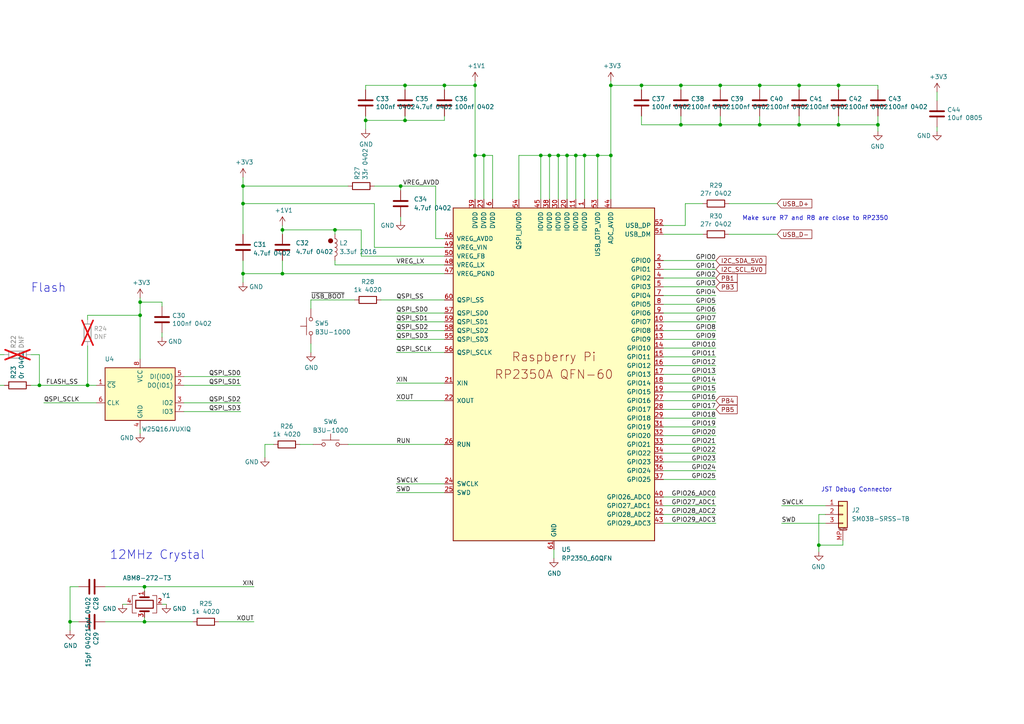
<source format=kicad_sch>
(kicad_sch (version 20231120) (generator "eeschema") (generator_version "8.0")
  (paper "A4")
  (lib_symbols
    (symbol "Connector_Generic_MountingPin:Conn_01x03_MountingPin" (pin_names (offset 1.016) hide)
      (property "Reference" "J" (at 0 5.08 0))
      (property "Value" "Conn_01x03_MountingPin" (at 1.27 -5.08 0))
      (symbol "Conn_01x03_MountingPin_1_1"
        (rectangle (start -1.27 -2.413) (end 0 -2.667) (stroke (width 0.1524)))
        (rectangle (start -1.27 0.127) (end 0 -0.127) (stroke (width 0.1524)))
        (rectangle (start -1.27 2.667) (end 0 2.413) (stroke (width 0.1524)))
        (rectangle (start -1.27 3.81) (end 1.27 -3.81) (stroke (width 0.254)) (fill (type background)))
        (polyline (pts (xy -1.016 -4.572) (xy 1.016 -4.572)) (stroke (width 0.1524)))
        (text "Mounting" (at 0 -4.191 0) (effects (font (size 0.381 0.381))))
        (pin passive line (at -5.08 2.54 0) (length 3.81) (name "Pin_1") (number "1"))
        (pin passive line (at -5.08 0 0) (length 3.81) (name "Pin_2") (number "2"))
        (pin passive line (at -5.08 -2.54 0) (length 3.81) (name "Pin_3") (number "3"))
        (pin passive line (at 0 -7.62 90) (length 3.048) (name "MountPin") (number "MP"))
      )
    )
    (symbol "Device:C" (pin_numbers hide) (pin_names (offset 0.254))
      (property "Reference" "C" (at 0.635 2.54 0))
      (property "Value" "C" (at 0.635 -2.54 0))
      (symbol "C_0_1"
        (polyline (pts (xy -2.032 -0.762) (xy 2.032 -0.762)) (stroke (width 0.508)))
        (polyline (pts (xy -2.032 0.762) (xy 2.032 0.762)) (stroke (width 0.508)))
      )
      (symbol "C_1_1"
        (pin passive line (at 0 3.81 270) (length 2.794) (name "~") (number "1"))
        (pin passive line (at 0 -3.81 90) (length 2.794) (name "~") (number "2"))
      )
    )
    (symbol "Device:Crystal_GND24" (pin_names (offset 1.016) hide)
      (property "Reference" "Y" (at 3.175 5.08 0))
      (property "Value" "Crystal_GND24" (at 3.175 3.175 0))
      (symbol "Crystal_GND24_0_1"
        (rectangle (start -1.143 2.54) (end 1.143 -2.54) (stroke (width 0.3048)))
        (polyline (pts (xy -2.54 0) (xy -2.032 0)))
        (polyline (pts (xy -2.032 -1.27) (xy -2.032 1.27)) (stroke (width 0.508)))
        (polyline (pts (xy 0 -3.81) (xy 0 -3.556)))
        (polyline (pts (xy 0 3.556) (xy 0 3.81)))
        (polyline (pts (xy 2.032 -1.27) (xy 2.032 1.27)) (stroke (width 0.508)))
        (polyline (pts (xy 2.032 0) (xy 2.54 0)))
        (polyline (pts (xy -2.54 -2.286) (xy -2.54 -3.556) (xy 2.54 -3.556) (xy 2.54 -2.286)))
        (polyline (pts (xy -2.54 2.286) (xy -2.54 3.556) (xy 2.54 3.556) (xy 2.54 2.286)))
      )
      (symbol "Crystal_GND24_1_1"
        (pin passive line (at -3.81 0 0) (length 1.27) (name "1") (number "1"))
        (pin passive line (at 0 5.08 270) (length 1.27) (name "2") (number "2"))
        (pin passive line (at 3.81 0 180) (length 1.27) (name "3") (number "3"))
        (pin passive line (at 0 -5.08 90) (length 1.27) (name "4") (number "4"))
      )
    )
    (symbol "Device:L" (pin_numbers hide) (pin_names (offset 1.016) hide)
      (property "Reference" "L" (at -1.27 0 90))
      (property "Value" "L" (at 1.905 0 90))
      (symbol "L_0_1"
        (arc (start 0 -2.54) (mid 0.6323 -1.905) (end 0 -1.27))
        (arc (start 0 -1.27) (mid 0.6323 -0.635) (end 0 0))
        (arc (start 0 0) (mid 0.6323 0.635) (end 0 1.27))
        (arc (start 0 1.27) (mid 0.6323 1.905) (end 0 2.54))
      )
      (symbol "L_1_1"
        (pin passive line (at 0 3.81 270) (length 1.27) (name "1") (number "1"))
        (pin passive line (at 0 -3.81 90) (length 1.27) (name "2") (number "2"))
      )
    )
    (symbol "Device:R" (pin_numbers hide) (pin_names (offset 0))
      (property "Reference" "R" (at 2.032 0 90))
      (property "Value" "R" (at 0 0 90))
      (symbol "R_0_1"
        (rectangle (start -1.016 -2.54) (end 1.016 2.54) (stroke (width 0.254)))
      )
      (symbol "R_1_1"
        (pin passive line (at 0 3.81 270) (length 1.27) (name "~") (number "1"))
        (pin passive line (at 0 -3.81 90) (length 1.27) (name "~") (number "2"))
      )
    )
    (symbol "MCU_RaspberryPi_RP2350:RP2350_60QFN" (pin_names (offset 1.016))
      (property "Reference" "U" (at -29.21 49.53 0))
      (property "Value" "RP2350_60QFN" (at 24.13 -49.53 0))
      (symbol "RP2350_60QFN_0_0"
        (text "Raspberry Pi" (at 0 5.08 0) (effects (font (size 2.54 2.54))))
      )
      (symbol "RP2350_60QFN_0_1"
        (rectangle (start 29.21 48.26) (end -29.21 -48.26) (stroke (width 0.254)) (fill (type background)))
      )
      (symbol "RP2350_60QFN_1_0"
        (text "RP2350A QFN-60" (at 0 0 0) (effects (font (size 2.54 2.54))))
      )
      (symbol "RP2350_60QFN_1_1"
        (pin power_in line (at 8.89 50.8 270) (length 2.54) (name "IOVDD") (number "1"))
        (pin bidirectional line (at 31.75 15.24 180) (length 2.54) (name "GPIO7") (number "10"))
        (pin power_in line (at 6.35 50.8 270) (length 2.54) (name "IOVDD") (number "11"))
        (pin bidirectional line (at 31.75 12.7 180) (length 2.54) (name "GPIO8") (number "12"))
        (pin bidirectional line (at 31.75 10.16 180) (length 2.54) (name "GPIO9") (number "13"))
        (pin bidirectional line (at 31.75 7.62 180) (length 2.54) (name "GPIO10") (number "14"))
        (pin bidirectional line (at 31.75 5.08 180) (length 2.54) (name "GPIO11") (number "15"))
        (pin bidirectional line (at 31.75 2.54 180) (length 2.54) (name "GPIO12") (number "16"))
        (pin bidirectional line (at 31.75 0 180) (length 2.54) (name "GPIO13") (number "17"))
        (pin bidirectional line (at 31.75 -2.54 180) (length 2.54) (name "GPIO14") (number "18"))
        (pin bidirectional line (at 31.75 -5.08 180) (length 2.54) (name "GPIO15") (number "19"))
        (pin bidirectional line (at 31.75 33.02 180) (length 2.54) (name "GPIO0") (number "2"))
        (pin power_in line (at 3.81 50.8 270) (length 2.54) (name "IOVDD") (number "20"))
        (pin input line (at -31.75 -2.54 0) (length 2.54) (name "XIN") (number "21"))
        (pin passive line (at -31.75 -7.62 0) (length 2.54) (name "XOUT") (number "22"))
        (pin power_in line (at -20.32 50.8 270) (length 2.54) (name "DVDD") (number "23"))
        (pin output line (at -31.75 -31.75 0) (length 2.54) (name "SWCLK") (number "24"))
        (pin bidirectional line (at -31.75 -34.29 0) (length 2.54) (name "SWD") (number "25"))
        (pin input line (at -31.75 -20.32 0) (length 2.54) (name "RUN") (number "26"))
        (pin bidirectional line (at 31.75 -7.62 180) (length 2.54) (name "GPIO16") (number "27"))
        (pin bidirectional line (at 31.75 -10.16 180) (length 2.54) (name "GPIO17") (number "28"))
        (pin bidirectional line (at 31.75 -12.7 180) (length 2.54) (name "GPIO18") (number "29"))
        (pin bidirectional line (at 31.75 30.48 180) (length 2.54) (name "GPIO1") (number "3"))
        (pin power_in line (at 1.27 50.8 270) (length 2.54) (name "IOVDD") (number "30"))
        (pin bidirectional line (at 31.75 -15.24 180) (length 2.54) (name "GPIO19") (number "31"))
        (pin bidirectional line (at 31.75 -17.78 180) (length 2.54) (name "GPIO20") (number "32"))
        (pin bidirectional line (at 31.75 -20.32 180) (length 2.54) (name "GPIO21") (number "33"))
        (pin bidirectional line (at 31.75 -22.86 180) (length 2.54) (name "GPIO22") (number "34"))
        (pin bidirectional line (at 31.75 -25.4 180) (length 2.54) (name "GPIO23") (number "35"))
        (pin bidirectional line (at 31.75 -27.94 180) (length 2.54) (name "GPIO24") (number "36"))
        (pin bidirectional line (at 31.75 -30.48 180) (length 2.54) (name "GPIO25") (number "37"))
        (pin power_in line (at -1.27 50.8 270) (length 2.54) (name "IOVDD") (number "38"))
        (pin power_in line (at -22.86 50.8 270) (length 2.54) (name "DVDD") (number "39"))
        (pin bidirectional line (at 31.75 27.94 180) (length 2.54) (name "GPIO2") (number "4"))
        (pin bidirectional line (at 31.75 -35.56 180) (length 2.54) (name "GPIO26_ADC0") (number "40"))
        (pin bidirectional line (at 31.75 -38.1 180) (length 2.54) (name "GPIO27_ADC1") (number "41"))
        (pin bidirectional line (at 31.75 -40.64 180) (length 2.54) (name "GPIO28_ADC2") (number "42"))
        (pin bidirectional line (at 31.75 -43.18 180) (length 2.54) (name "GPIO29_ADC3") (number "43"))
        (pin power_in line (at 16.51 50.8 270) (length 2.54) (name "ADC_AVDD") (number "44"))
        (pin power_in line (at -3.81 50.8 270) (length 2.54) (name "IOVDD") (number "45"))
        (pin power_in line (at -31.75 39.37 0) (length 2.54) (name "VREG_AVDD") (number "46"))
        (pin power_in line (at -31.75 29.21 0) (length 2.54) (name "VREG_PGND") (number "47"))
        (pin power_out line (at -31.75 31.75 0) (length 2.54) (name "VREG_LX") (number "48"))
        (pin power_in line (at -31.75 36.83 0) (length 2.54) (name "VREG_VIN") (number "49"))
        (pin bidirectional line (at 31.75 25.4 180) (length 2.54) (name "GPIO3") (number "5"))
        (pin input line (at -31.75 34.29 0) (length 2.54) (name "VREG_FB") (number "50"))
        (pin bidirectional line (at 31.75 40.64 180) (length 2.54) (name "USB_DM") (number "51"))
        (pin bidirectional line (at 31.75 43.18 180) (length 2.54) (name "USB_DP") (number "52"))
        (pin power_in line (at 12.7 50.8 270) (length 2.54) (name "USB_OTP_VDD") (number "53"))
        (pin power_in line (at -10.16 50.8 270) (length 2.54) (name "QSPI_IOVDD") (number "54"))
        (pin bidirectional line (at -31.75 10.16 0) (length 2.54) (name "QSPI_SD3") (number "55"))
        (pin output line (at -31.75 6.35 0) (length 2.54) (name "QSPI_SCLK") (number "56"))
        (pin bidirectional line (at -31.75 17.78 0) (length 2.54) (name "QSPI_SD0") (number "57"))
        (pin bidirectional line (at -31.75 12.7 0) (length 2.54) (name "QSPI_SD2") (number "58"))
        (pin bidirectional line (at -31.75 15.24 0) (length 2.54) (name "QSPI_SD1") (number "59"))
        (pin power_in line (at -17.78 50.8 270) (length 2.54) (name "DVDD") (number "6"))
        (pin bidirectional line (at -31.75 21.59 0) (length 2.54) (name "QSPI_SS") (number "60"))
        (pin power_in line (at 0 -50.8 90) (length 2.54) (name "GND") (number "61"))
        (pin bidirectional line (at 31.75 22.86 180) (length 2.54) (name "GPIO4") (number "7"))
        (pin bidirectional line (at 31.75 20.32 180) (length 2.54) (name "GPIO5") (number "8"))
        (pin bidirectional line (at 31.75 17.78 180) (length 2.54) (name "GPIO6") (number "9"))
      )
    )
    (symbol "Memory_Flash:W25Q128JVS"
      (property "Reference" "U" (at -8.89 8.89 0))
      (property "Value" "W25Q128JVS" (at 7.62 8.89 0))
      (symbol "W25Q128JVS_0_1"
        (rectangle (start -10.16 7.62) (end 10.16 -7.62) (stroke (width 0.254)) (fill (type background)))
      )
      (symbol "W25Q128JVS_1_1"
        (pin input line (at -12.7 2.54 0) (length 2.54) (name "~{CS}") (number "1"))
        (pin bidirectional line (at 12.7 2.54 180) (length 2.54) (name "DO(IO1)") (number "2"))
        (pin bidirectional line (at 12.7 -2.54 180) (length 2.54) (name "IO2") (number "3"))
        (pin power_in line (at 0 -10.16 90) (length 2.54) (name "GND") (number "4"))
        (pin bidirectional line (at 12.7 5.08 180) (length 2.54) (name "DI(IO0)") (number "5"))
        (pin input line (at -12.7 -2.54 0) (length 2.54) (name "CLK") (number "6"))
        (pin bidirectional line (at 12.7 -5.08 180) (length 2.54) (name "IO3") (number "7"))
        (pin power_in line (at 0 10.16 270) (length 2.54) (name "VCC") (number "8"))
      )
    )
    (symbol "Switch:SW_Push" (pin_numbers hide) (pin_names (offset 1.016) hide)
      (property "Reference" "SW" (at 1.27 2.54 0))
      (property "Value" "SW_Push" (at 0 -1.524 0))
      (symbol "SW_Push_0_1"
        (circle (center -2.032 0) (radius 0.508))
        (polyline (pts (xy 0 1.27) (xy 0 3.048)))
        (polyline (pts (xy 2.54 1.27) (xy -2.54 1.27)))
        (circle (center 2.032 0) (radius 0.508))
        (pin passive line (at -5.08 0 0) (length 2.54) (name "1") (number "1"))
        (pin passive line (at 5.08 0 180) (length 2.54) (name "2") (number "2"))
      )
    )
    (symbol "power:+1V1" (power) (pin_names (offset 0))
      (property "Value" "+1V1" (at 0 3.556 0))
      (symbol "+1V1_0_1"
        (polyline (pts (xy -0.762 1.27) (xy 0 2.54)))
        (polyline (pts (xy 0 0) (xy 0 2.54)))
        (polyline (pts (xy 0 2.54) (xy 0.762 1.27)))
      )
      (symbol "+1V1_1_1"
        (pin power_in line (at 0 0 90) (length 0) hide (name "+1V1") (number "1"))
      )
    )
    (symbol "power:+3V3" (power) (pin_names (offset 0))
      (property "Value" "+3V3" (at 0 3.556 0))
      (symbol "+3V3_0_1"
        (polyline (pts (xy -0.762 1.27) (xy 0 2.54)))
        (polyline (pts (xy 0 0) (xy 0 2.54)))
        (polyline (pts (xy 0 2.54) (xy 0.762 1.27)))
      )
      (symbol "+3V3_1_1"
        (pin power_in line (at 0 0 90) (length 0) hide (name "+3V3") (number "1"))
      )
    )
    (symbol "power:GND" (power) (pin_names (offset 0))
      (property "Value" "GND" (at 0 -3.81 0))
      (symbol "GND_0_1"
        (polyline (pts (xy 0 0) (xy 0 -1.27) (xy 1.27 -1.27) (xy 0 -2.54) (xy -1.27 -1.27) (xy 0 -1.27)))
      )
      (symbol "GND_1_1"
        (pin power_in line (at 0 0 270) (length 0) hide (name "GND") (number "1"))
      )
    )
  )
  (junction (at 97.155 66.675))
  (junction (at 40.64 87.63))
  (junction (at 173.355 45.085))
  (junction (at 137.795 24.765))
  (junction (at 177.165 45.085))
  (junction (at 81.915 66.675))
  (junction (at 117.475 24.765))
  (junction (at 81.915 79.375))
  (junction (at 137.795 45.085))
  (junction (at 70.485 59.055))
  (junction (at 140.335 45.085))
  (junction (at 106.045 34.925))
  (junction (at 254.635 36.195))
  (junction (at 167.005 45.085))
  (junction (at 70.485 79.375))
  (junction (at 197.485 36.195))
  (junction (at 40.64 91.44))
  (junction (at 243.205 36.195))
  (junction (at 186.055 24.765))
  (junction (at 208.915 36.195))
  (junction (at 70.485 53.975))
  (junction (at 243.205 24.765))
  (junction (at 237.49 158.115))
  (junction (at 161.925 45.085))
  (junction (at 25.4 111.76))
  (junction (at 116.205 53.975))
  (junction (at 231.775 36.195))
  (junction (at 220.345 24.765))
  (junction (at 231.775 24.765))
  (junction (at 20.32 180.34))
  (junction (at 41.91 170.18))
  (junction (at 159.385 45.085))
  (junction (at 117.475 34.925))
  (junction (at 169.545 45.085))
  (junction (at 197.485 24.765))
  (junction (at 128.905 24.765))
  (junction (at 220.345 36.195))
  (junction (at 11.43 111.76))
  (junction (at 208.915 24.765))
  (junction (at 177.165 24.765))
  (junction (at 164.465 45.085))
  (junction (at 156.845 45.085))
  (junction (at 41.91 180.34))
  (wire (pts (xy 25.4 92.71) (xy 25.4 91.44)))
  (wire (pts (xy 46.99 88.9) (xy 46.99 87.63)))
  (wire (pts (xy 198.755 59.055) (xy 198.755 65.405)))
  (wire (pts (xy 271.78 26.67) (xy 271.78 29.21)))
  (wire (pts (xy 53.34 111.76) (xy 69.85 111.76)))
  (wire (pts (xy 192.405 88.265) (xy 207.645 88.265)))
  (wire (pts (xy 46.99 87.63) (xy 40.64 87.63)))
  (wire (pts (xy 192.405 121.285) (xy 207.645 121.285)))
  (wire (pts (xy 128.905 34.925) (xy 128.905 33.655)))
  (wire (pts (xy 106.045 33.655) (xy 106.045 34.925)))
  (wire (pts (xy 243.205 26.035) (xy 243.205 24.765)))
  (wire (pts (xy 192.405 149.225) (xy 207.645 149.225)))
  (wire (pts (xy 192.405 78.105) (xy 207.645 78.105)))
  (wire (pts (xy 128.905 24.765) (xy 137.795 24.765)))
  (wire (pts (xy 208.915 33.655) (xy 208.915 36.195)))
  (wire (pts (xy 231.775 33.655) (xy 231.775 36.195)))
  (wire (pts (xy 237.49 149.225) (xy 237.49 158.115)))
  (wire (pts (xy 177.165 24.765) (xy 177.165 45.085)))
  (wire (pts (xy 192.405 111.125) (xy 207.645 111.125)))
  (wire (pts (xy 22.86 180.34) (xy 20.32 180.34)))
  (wire (pts (xy 53.34 109.22) (xy 69.85 109.22)))
  (wire (pts (xy 70.485 59.055) (xy 70.485 67.945)))
  (wire (pts (xy 114.935 90.805) (xy 128.905 90.805)))
  (wire (pts (xy 169.545 45.085) (xy 173.355 45.085)))
  (wire (pts (xy 128.905 116.205) (xy 114.935 116.205)))
  (wire (pts (xy 81.915 66.675) (xy 97.155 66.675)))
  (wire (pts (xy 197.485 36.195) (xy 186.055 36.195)))
  (wire (pts (xy 192.405 113.665) (xy 207.645 113.665)))
  (wire (pts (xy 97.155 66.675) (xy 97.155 67.945)))
  (wire (pts (xy 11.43 102.87) (xy 11.43 111.76)))
  (wire (pts (xy 70.485 79.375) (xy 81.915 79.375)))
  (wire (pts (xy 150.495 57.785) (xy 150.495 45.085)))
  (wire (pts (xy 186.055 24.765) (xy 197.485 24.765)))
  (wire (pts (xy 81.915 67.945) (xy 81.915 66.675)))
  (wire (pts (xy 156.845 57.785) (xy 156.845 45.085)))
  (wire (pts (xy 70.485 51.435) (xy 70.485 53.975)))
  (wire (pts (xy 177.165 45.085) (xy 177.165 57.785)))
  (wire (pts (xy 167.005 57.785) (xy 167.005 45.085)))
  (wire (pts (xy 128.905 74.295) (xy 104.775 74.295)))
  (wire (pts (xy 11.43 111.76) (xy 25.4 111.76)))
  (wire (pts (xy 164.465 57.785) (xy 164.465 45.085)))
  (wire (pts (xy 128.905 26.035) (xy 128.905 24.765)))
  (wire (pts (xy 128.905 86.995) (xy 110.49 86.995)))
  (wire (pts (xy 220.345 26.035) (xy 220.345 24.765)))
  (wire (pts (xy 167.005 45.085) (xy 169.545 45.085)))
  (wire (pts (xy 192.405 83.185) (xy 207.645 83.185)))
  (wire (pts (xy 192.405 103.505) (xy 207.645 103.505)))
  (wire (pts (xy 192.405 146.685) (xy 207.645 146.685)))
  (wire (pts (xy 208.915 26.035) (xy 208.915 24.765)))
  (wire (pts (xy 40.64 86.36) (xy 40.64 87.63)))
  (wire (pts (xy 116.205 53.975) (xy 116.205 55.245)))
  (wire (pts (xy 108.585 59.055) (xy 108.585 71.755)))
  (wire (pts (xy 220.345 33.655) (xy 220.345 36.195)))
  (wire (pts (xy 271.78 36.83) (xy 271.78 38.1)))
  (wire (pts (xy 114.935 95.885) (xy 128.905 95.885)))
  (wire (pts (xy 140.335 57.785) (xy 140.335 45.085)))
  (wire (pts (xy 186.055 26.035) (xy 186.055 24.765)))
  (wire (pts (xy 192.405 93.345) (xy 207.645 93.345)))
  (wire (pts (xy 97.155 76.835) (xy 128.905 76.835)))
  (wire (pts (xy 41.91 179.07) (xy 41.91 180.34)))
  (wire (pts (xy 116.205 53.975) (xy 126.365 53.975)))
  (wire (pts (xy 70.485 79.375) (xy 70.485 81.915)))
  (wire (pts (xy 128.905 102.235) (xy 114.935 102.235)))
  (wire (pts (xy 237.49 158.115) (xy 244.475 158.115)))
  (wire (pts (xy 208.915 36.195) (xy 197.485 36.195)))
  (wire (pts (xy 25.4 111.76) (xy 27.94 111.76)))
  (wire (pts (xy 41.91 180.34) (xy 55.88 180.34)))
  (wire (pts (xy 137.795 24.765) (xy 137.795 45.085)))
  (wire (pts (xy 106.045 34.925) (xy 106.045 37.465)))
  (wire (pts (xy 192.405 128.905) (xy 207.645 128.905)))
  (wire (pts (xy 237.49 158.115) (xy 237.49 160.02)))
  (wire (pts (xy 192.405 106.045) (xy 207.645 106.045)))
  (wire (pts (xy 192.405 67.945) (xy 203.835 67.945)))
  (wire (pts (xy 159.385 45.085) (xy 161.925 45.085)))
  (wire (pts (xy 30.48 180.34) (xy 41.91 180.34)))
  (wire (pts (xy 81.915 75.565) (xy 81.915 79.375)))
  (wire (pts (xy 192.405 131.445) (xy 207.645 131.445)))
  (wire (pts (xy 70.485 75.565) (xy 70.485 79.375)))
  (wire (pts (xy 81.915 65.405) (xy 81.915 66.675)))
  (wire (pts (xy 192.405 139.065) (xy 207.645 139.065)))
  (wire (pts (xy 192.405 90.805) (xy 207.645 90.805)))
  (wire (pts (xy 90.17 99.695) (xy 90.17 102.235)))
  (wire (pts (xy -8.89 111.76) (xy 1.27 111.76)))
  (wire (pts (xy 169.545 45.085) (xy 169.545 57.785)))
  (wire (pts (xy 104.775 66.675) (xy 97.155 66.675)))
  (wire (pts (xy 220.345 24.765) (xy 231.775 24.765)))
  (wire (pts (xy 128.905 142.875) (xy 114.935 142.875)))
  (wire (pts (xy 164.465 45.085) (xy 167.005 45.085)))
  (wire (pts (xy 8.89 102.87) (xy 11.43 102.87)))
  (wire (pts (xy 198.755 59.055) (xy 203.835 59.055)))
  (wire (pts (xy 117.475 34.925) (xy 128.905 34.925)))
  (wire (pts (xy 192.405 85.725) (xy 207.645 85.725)))
  (wire (pts (xy 150.495 45.085) (xy 156.845 45.085)))
  (wire (pts (xy 53.34 119.38) (xy 69.85 119.38)))
  (wire (pts (xy 8.89 111.76) (xy 11.43 111.76)))
  (wire (pts (xy 117.475 26.035) (xy 117.475 24.765)))
  (wire (pts (xy 186.055 33.655) (xy 186.055 36.195)))
  (wire (pts (xy 22.86 170.18) (xy 20.32 170.18)))
  (wire (pts (xy 104.775 74.295) (xy 104.775 66.675)))
  (wire (pts (xy 70.485 53.975) (xy 100.965 53.975)))
  (wire (pts (xy 192.405 144.145) (xy 207.645 144.145)))
  (wire (pts (xy 25.4 91.44) (xy 40.64 91.44)))
  (wire (pts (xy 243.205 36.195) (xy 231.775 36.195)))
  (wire (pts (xy 244.475 156.845) (xy 244.475 158.115)))
  (wire (pts (xy 192.405 133.985) (xy 207.645 133.985)))
  (wire (pts (xy 254.635 33.655) (xy 254.635 36.195)))
  (wire (pts (xy 173.355 45.085) (xy 177.165 45.085)))
  (wire (pts (xy 211.455 67.945) (xy 225.425 67.945)))
  (wire (pts (xy 46.99 175.26) (xy 48.26 175.26)))
  (wire (pts (xy 220.345 36.195) (xy 208.915 36.195)))
  (wire (pts (xy 211.455 59.055) (xy 225.425 59.055)))
  (wire (pts (xy 117.475 24.765) (xy 128.905 24.765)))
  (wire (pts (xy 197.485 26.035) (xy 197.485 24.765)))
  (wire (pts (xy 192.405 95.885) (xy 207.645 95.885)))
  (wire (pts (xy 114.935 98.425) (xy 128.905 98.425)))
  (wire (pts (xy 63.5 180.34) (xy 73.66 180.34)))
  (wire (pts (xy 76.835 128.905) (xy 76.835 132.715)))
  (wire (pts (xy 12.7 116.84) (xy 27.94 116.84)))
  (wire (pts (xy 161.925 45.085) (xy 164.465 45.085)))
  (wire (pts (xy 40.64 91.44) (xy 40.64 104.14)))
  (wire (pts (xy 30.48 170.18) (xy 41.91 170.18)))
  (wire (pts (xy 108.585 71.755) (xy 128.905 71.755)))
  (wire (pts (xy 197.485 24.765) (xy 208.915 24.765)))
  (wire (pts (xy 40.64 87.63) (xy 40.64 91.44)))
  (wire (pts (xy 137.795 23.495) (xy 137.795 24.765)))
  (wire (pts (xy 192.405 118.745) (xy 207.645 118.745)))
  (wire (pts (xy 117.475 33.655) (xy 117.475 34.925)))
  (wire (pts (xy 159.385 57.785) (xy 159.385 45.085)))
  (wire (pts (xy 20.32 180.34) (xy 20.32 182.88)))
  (wire (pts (xy 128.905 140.335) (xy 114.935 140.335)))
  (wire (pts (xy 40.64 124.46) (xy 40.64 125.73)))
  (wire (pts (xy 226.695 146.685) (xy 239.395 146.685)))
  (wire (pts (xy 102.87 86.995) (xy 90.17 86.995)))
  (wire (pts (xy 114.935 93.345) (xy 128.905 93.345)))
  (wire (pts (xy 192.405 123.825) (xy 207.645 123.825)))
  (wire (pts (xy 208.915 24.765) (xy 220.345 24.765)))
  (wire (pts (xy 231.775 36.195) (xy 220.345 36.195)))
  (wire (pts (xy 126.365 69.215) (xy 128.905 69.215)))
  (wire (pts (xy 46.99 96.52) (xy 46.99 97.79)))
  (wire (pts (xy 231.775 26.035) (xy 231.775 24.765)))
  (wire (pts (xy 192.405 75.565) (xy 207.645 75.565)))
  (wire (pts (xy 254.635 36.195) (xy 254.635 38.1)))
  (wire (pts (xy 192.405 116.205) (xy 207.645 116.205)))
  (wire (pts (xy 254.635 26.035) (xy 254.635 24.765)))
  (wire (pts (xy 142.875 45.085) (xy 142.875 57.785)))
  (wire (pts (xy 25.4 100.33) (xy 25.4 111.76)))
  (wire (pts (xy 100.965 128.905) (xy 128.905 128.905)))
  (wire (pts (xy 137.795 45.085) (xy 137.795 57.785)))
  (wire (pts (xy 239.395 149.225) (xy 237.49 149.225)))
  (wire (pts (xy 243.205 24.765) (xy 254.635 24.765)))
  (wire (pts (xy 192.405 100.965) (xy 207.645 100.965)))
  (wire (pts (xy 140.335 45.085) (xy 137.795 45.085)))
  (wire (pts (xy 192.405 151.765) (xy 207.645 151.765)))
  (wire (pts (xy 81.915 79.375) (xy 128.905 79.375)))
  (wire (pts (xy 106.045 34.925) (xy 117.475 34.925)))
  (wire (pts (xy 41.91 170.18) (xy 73.66 170.18)))
  (wire (pts (xy 53.34 116.84) (xy 69.85 116.84)))
  (wire (pts (xy 106.045 26.035) (xy 106.045 24.765)))
  (wire (pts (xy 197.485 33.655) (xy 197.485 36.195)))
  (wire (pts (xy 114.935 111.125) (xy 128.905 111.125)))
  (wire (pts (xy 70.485 59.055) (xy 108.585 59.055)))
  (wire (pts (xy 79.375 128.905) (xy 76.835 128.905)))
  (wire (pts (xy 226.695 151.765) (xy 239.395 151.765)))
  (wire (pts (xy 192.405 126.365) (xy 207.645 126.365)))
  (wire (pts (xy 173.355 57.785) (xy 173.355 45.085)))
  (wire (pts (xy -8.89 102.87) (xy 1.27 102.87)))
  (wire (pts (xy 231.775 24.765) (xy 243.205 24.765)))
  (wire (pts (xy 177.165 24.765) (xy 186.055 24.765)))
  (wire (pts (xy 243.205 33.655) (xy 243.205 36.195)))
  (wire (pts (xy 156.845 45.085) (xy 159.385 45.085)))
  (wire (pts (xy 192.405 98.425) (xy 207.645 98.425)))
  (wire (pts (xy 192.405 136.525) (xy 207.645 136.525)))
  (wire (pts (xy 192.405 65.405) (xy 198.755 65.405)))
  (wire (pts (xy 192.405 108.585) (xy 207.645 108.585)))
  (wire (pts (xy 70.485 53.975) (xy 70.485 59.055)))
  (wire (pts (xy 161.925 57.785) (xy 161.925 45.085)))
  (wire (pts (xy 108.585 53.975) (xy 116.205 53.975)))
  (wire (pts (xy 126.365 53.975) (xy 126.365 69.215)))
  (wire (pts (xy 90.17 86.995) (xy 90.17 89.535)))
  (wire (pts (xy 140.335 45.085) (xy 142.875 45.085)))
  (wire (pts (xy 116.205 64.135) (xy 116.205 62.865)))
  (wire (pts (xy 106.045 24.765) (xy 117.475 24.765)))
  (wire (pts (xy 243.205 36.195) (xy 254.635 36.195)))
  (wire (pts (xy 41.91 171.45) (xy 41.91 170.18)))
  (wire (pts (xy 97.155 76.835) (xy 97.155 75.565)))
  (wire (pts (xy 86.995 128.905) (xy 90.805 128.905)))
  (wire (pts (xy 160.655 159.385) (xy 160.655 161.925)))
  (wire (pts (xy 192.405 80.645) (xy 207.645 80.645)))
  (wire (pts (xy 35.56 175.26) (xy 36.83 175.26)))
  (wire (pts (xy 20.32 170.18) (xy 20.32 180.34)))
  (wire (pts (xy 177.165 23.495) (xy 177.165 24.765)))
  (circle (center 95.885 69.85) (radius 0.635) (stroke (width 0) (color 132 0 0 1)) (fill (type color) (color 132 0 0 1)))
  (text "12MHz Crystal" (at 31.75 162.56 0) (effects (font (size 2.54 2.54)) (justify left bottom)))
  (text "Flash" (at 8.89 85.09 0) (effects (font (size 2.54 2.54)) (justify left bottom)))
  (text "Make sure R7 and R8 are close to RP2350\n" (at 215.265 64.135 0) (effects (font (size 1.27 1.27)) (justify left bottom)))
  (text "JST Debug Connector" (at 238.125 142.875 0) (effects (font (size 1.27 1.27)) (justify left bottom)))
  (label "GPIO11" (at 207.645 103.505 180))
  (label "GPIO3" (at 207.645 83.185 180))
  (label "GPIO19" (at 207.645 123.825 180))
  (label "QSPI_SD1" (at 114.935 93.345 0))
  (label "XIN" (at 114.935 111.125 0))
  (label "FLASH_SS" (at 13.335 111.76 0))
  (label "QSPI_SD2" (at 69.85 116.84 180))
  (label "QSPI_SD1" (at 69.85 111.76 180))
  (label "XOUT" (at 114.935 116.205 0))
  (label "SWD" (at 114.935 142.875 0))
  (label "XIN" (at 73.66 170.18 180))
  (label "QSPI_SS" (at 114.935 86.995 0))
  (label "~{USB_BOOT}" (at 90.17 86.995 0))
  (label "QSPI_SD0" (at 114.935 90.805 0))
  (label "XOUT" (at 73.66 180.34 180))
  (label "GPIO28_ADC2" (at 207.645 149.225 180))
  (label "QSPI_SCLK" (at 114.935 102.235 0))
  (label "GPIO0" (at -8.89 102.87 0))
  (label "GPIO29_ADC3" (at 207.645 151.765 180))
  (label "GPIO18" (at 207.645 121.285 180))
  (label "SWCLK" (at 226.695 146.685 0))
  (label "QSPI_SD0" (at 69.85 109.22 180))
  (label "QSPI_SD3" (at 69.85 119.38 180))
  (label "GPIO17" (at 207.645 118.745 180))
  (label "GPIO26_ADC0" (at 207.645 144.145 180))
  (label "QSPI_SD2" (at 114.935 95.885 0))
  (label "VREG_AVDD" (at 116.84 53.975 0))
  (label "GPIO6" (at 207.645 90.805 180))
  (label "SWD" (at 226.695 151.765 0))
  (label "GPIO10" (at 207.645 100.965 180))
  (label "VREG_LX" (at 114.935 76.835 0))
  (label "GPIO5" (at 207.645 88.265 180))
  (label "GPIO0" (at 207.645 75.565 180))
  (label "QSPI_SCLK" (at 12.7 116.84 0))
  (label "GPIO23" (at 207.645 133.985 180))
  (label "QSPI_SS" (at -8.89 111.76 0))
  (label "GPIO27_ADC1" (at 207.645 146.685 180))
  (label "GPIO22" (at 207.645 131.445 180))
  (label "GPIO16" (at 207.645 116.205 180))
  (label "GPIO20" (at 207.645 126.365 180))
  (label "GPIO2" (at 207.645 80.645 180))
  (label "QSPI_SD3" (at 114.935 98.425 0))
  (label "GPIO21" (at 207.645 128.905 180))
  (label "GPIO4" (at 207.645 85.725 180))
  (label "GPIO9" (at 207.645 98.425 180))
  (label "GPIO1" (at 207.645 78.105 180))
  (label "GPIO7" (at 207.645 93.345 180))
  (label "GPIO25" (at 207.645 139.065 180))
  (label "RUN" (at 114.935 128.905 0))
  (label "GPIO8" (at 207.645 95.885 180))
  (label "GPIO24" (at 207.645 136.525 180))
  (label "GPIO15" (at 207.645 113.665 180))
  (label "GPIO14" (at 207.645 111.125 180))
  (label "GPIO13" (at 207.645 108.585 180))
  (label "SWCLK" (at 114.935 140.335 0))
  (label "GPIO12" (at 207.645 106.045 180))
  (global_label "PB3" (shape input) (at 207.645 83.185 0) (property "Intersheetrefs" "${INTERSHEET_REFS}" (effects (hide yes))))
  (global_label "PB5" (shape input) (at 207.645 118.745 0) (property "Intersheetrefs" "${INTERSHEET_REFS}" (effects (hide yes))))
  (global_label "USB_D-" (shape input) (at 225.425 67.945 0) (property "Intersheetrefs" "${INTERSHEET_REFS}" (effects (hide yes))))
  (global_label "I2C_SCL_5V0" (shape input) (at 207.645 78.105 0) (property "Intersheetrefs" "${INTERSHEET_REFS}" (effects (hide yes))))
  (global_label "PB1" (shape input) (at 207.645 80.645 0) (property "Intersheetrefs" "${INTERSHEET_REFS}" (effects (hide yes))))
  (global_label "I2C_SDA_5V0" (shape input) (at 207.645 75.565 0) (property "Intersheetrefs" "${INTERSHEET_REFS}" (effects (hide yes))))
  (global_label "PB4" (shape input) (at 207.645 116.205 0) (property "Intersheetrefs" "${INTERSHEET_REFS}" (effects (hide yes))))
  (global_label "USB_D+" (shape input) (at 225.425 59.055 0) (property "Intersheetrefs" "${INTERSHEET_REFS}" (effects (hide yes))))
  (symbol (lib_id "Device:R") (at 207.645 67.945 270) (unit 1)
    (property "Reference" "R30" (at 207.645 62.6872 90))
    (property "Value" "27r 0402" (at 207.645 64.9986 90))
    (property "Footprint" "Resistor_SMD:R_0402_1005Metric" (effects (hide yes)))
  )
  (symbol (lib_id "Device:R") (at 25.4 96.52 0) (unit 1) (on_board no) (dnp yes)
    (property "Reference" "R24" (at 27.178 95.3516 0) (effects (justify left)))
    (property "Value" "DNF" (at 27.178 97.663 0) (effects (justify left)))
    (property "Footprint" "Resistor_SMD:R_0402_1005Metric" (effects (hide yes)))
  )
  (symbol (lib_id "power:GND") (at 116.205 64.135 0) (unit 1)
    (property "Reference" "#PWR061" (effects (hide yes)))
    (property "Value" "GND" (at 112.395 65.405 0))
  )
  (symbol (lib_id "power:GND") (at 48.26 175.26 0) (unit 1)
    (property "Reference" "#PWR054" (effects (hide yes)))
    (property "Value" "GND" (at 52.07 176.53 0))
  )
  (symbol (lib_id "power:+1V1") (at 81.915 65.405 0) (unit 1)
    (property "Reference" "#PWR058" (effects (hide yes)))
    (property "Value" "+1V1" (at 82.296 61.0108 0))
  )
  (symbol (lib_id "Memory_Flash:W25Q128JVS") (at 40.64 114.3 0) (unit 1)
    (property "Reference" "U4" (at 31.75 104.14 0))
    (property "Value" "W25Q16JVUXIQ" (at 48.26 124.46 0))
    (property "Footprint" "Package_SON:SON-8-1EP_3x2mm_P0.5mm_EP1.4x1.6mm" (effects (hide yes)))
    (property "Datasheet" "http://www.winbond.com/resource-files/w25q128jv_dtr%20revc%2003272018%20plus.pdf" (effects (hide yes)))
  )
  (symbol (lib_id "power:GND") (at 35.56 175.26 0) (unit 1)
    (property "Reference" "#PWR050" (effects (hide yes)))
    (property "Value" "GND" (at 31.75 176.53 0))
  )
  (symbol (lib_id "power:+3V3") (at 70.485 51.435 0) (unit 1)
    (property "Reference" "#PWR055" (effects (hide yes)))
    (property "Value" "+3V3" (at 70.866 47.0408 0))
  )
  (symbol (lib_id "Device:Crystal_GND24") (at 41.91 175.26 270) (unit 1)
    (property "Reference" "Y1" (at 46.99 172.72 90) (effects (justify left)))
    (property "Value" "ABM8-272-T3" (at 35.56 167.64 90) (effects (justify left)))
    (property "Footprint" "Crystal:Crystal_SMD_3225-4Pin_3.2x2.5mm" (effects (hide yes)))
  )
  (symbol (lib_id "power:+3V3") (at 40.64 86.36 0) (unit 1)
    (property "Reference" "#PWR051" (effects (hide yes)))
    (property "Value" "+3V3" (at 41.021 81.9658 0))
  )
  (symbol (lib_id "power:GND") (at 106.045 37.465 0) (unit 1)
    (property "Reference" "#PWR060" (effects (hide yes)))
    (property "Value" "GND" (at 106.172 41.8592 0))
  )
  (symbol (lib_id "Device:C") (at 116.205 59.055 0) (unit 1)
    (property "Reference" "C34" (at 120.015 57.785 0) (effects (justify left)))
    (property "Value" "4.7uf 0402" (at 120.015 60.325 0) (effects (justify left)))
    (property "Footprint" "Capacitor_SMD:C_0402_1005Metric" (effects (hide yes)))
  )
  (symbol (lib_id "Device:C") (at 243.205 29.845 0) (unit 1)
    (property "Reference" "C42" (at 246.126 28.6766 0) (effects (justify left)))
    (property "Value" "100nf 0402" (at 246.126 30.988 0) (effects (justify left)))
    (property "Footprint" "Capacitor_SMD:C_0402_1005Metric" (effects (hide yes)))
  )
  (symbol (lib_id "power:GND") (at 70.485 81.915 0) (mirror y) (unit 1)
    (property "Reference" "#PWR056" (effects (hide yes)))
    (property "Value" "GND" (at 74.295 83.185 0))
  )
  (symbol (lib_id "Switch:SW_Push") (at 95.885 128.905 0) (unit 1)
    (property "Reference" "SW6" (at 95.885 122.2842 0))
    (property "Value" "B3U-1000" (at 95.885 124.8211 0))
    (property "Footprint" "Button_Switch_SMD:SW_SPST_B3U-1000P-B" (effects (hide yes)))
  )
  (symbol (lib_id "Device:C") (at 128.905 29.845 0) (unit 1)
    (property "Reference" "C36" (at 131.826 28.6766 0) (effects (justify left)))
    (property "Value" "100nf 0402" (at 131.826 30.988 0) (effects (justify left)))
    (property "Footprint" "Capacitor_SMD:C_0402_1005Metric" (effects (hide yes)))
  )
  (symbol (lib_id "power:+1V1") (at 137.795 23.495 0) (unit 1)
    (property "Reference" "#PWR062" (effects (hide yes)))
    (property "Value" "+1V1" (at 138.176 19.1008 0))
  )
  (symbol (lib_id "Device:C") (at 254.635 29.845 0) (unit 1)
    (property "Reference" "C43" (at 257.556 28.6766 0) (effects (justify left)))
    (property "Value" "100nf 0402" (at 257.556 30.988 0) (effects (justify left)))
    (property "Footprint" "Capacitor_SMD:C_0402_1005Metric" (effects (hide yes)))
  )
  (symbol (lib_id "power:GND") (at 160.655 161.925 0) (unit 1)
    (property "Reference" "#PWR063" (effects (hide yes)))
    (property "Value" "GND" (at 160.782 166.3192 0))
  )
  (symbol (lib_id "Device:C") (at 271.78 33.02 0) (unit 1)
    (property "Reference" "C44" (at 274.701 31.8516 0) (effects (justify left)))
    (property "Value" "10uf 0805" (at 274.701 34.163 0) (effects (justify left)))
    (property "Footprint" "Capacitor_SMD:C_0805_2012Metric" (effects (hide yes)))
  )
  (symbol (lib_id "Device:C") (at 231.775 29.845 0) (unit 1)
    (property "Reference" "C41" (at 234.696 28.6766 0) (effects (justify left)))
    (property "Value" "100nf 0402" (at 234.696 30.988 0) (effects (justify left)))
    (property "Footprint" "Capacitor_SMD:C_0402_1005Metric" (effects (hide yes)))
  )
  (symbol (lib_id "power:GND") (at 90.17 102.235 0) (unit 1)
    (property "Reference" "#PWR059" (effects (hide yes)))
    (property "Value" "GND" (at 90.297 106.6292 0))
  )
  (symbol (lib_id "power:+3V3") (at 271.78 26.67 0) (unit 1)
    (property "Reference" "#PWR067" (effects (hide yes)))
    (property "Value" "+3V3" (at 272.161 22.2758 0))
  )
  (symbol (lib_id "Device:R") (at 106.68 86.995 270) (unit 1)
    (property "Reference" "R28" (at 106.68 81.7372 90))
    (property "Value" "1k 4020" (at 106.68 84.0486 90))
    (property "Footprint" "Resistor_SMD:R_0402_1005Metric" (effects (hide yes)))
  )
  (symbol (lib_id "Device:C") (at 186.055 29.845 0) (unit 1)
    (property "Reference" "C37" (at 188.976 28.6766 0) (effects (justify left)))
    (property "Value" "100nf 0402" (at 188.976 30.988 0) (effects (justify left)))
    (property "Footprint" "Capacitor_SMD:C_0402_1005Metric" (effects (hide yes)))
  )
  (symbol (lib_id "power:GND") (at 271.78 38.1 0) (unit 1)
    (property "Reference" "#PWR068" (effects (hide yes)))
    (property "Value" "GND" (at 267.97 39.37 0))
  )
  (symbol (lib_id "Device:C") (at 46.99 92.71 0) (unit 1)
    (property "Reference" "C30" (at 49.911 91.5416 0) (effects (justify left)))
    (property "Value" "100nf 0402" (at 49.911 93.853 0) (effects (justify left)))
    (property "Footprint" "Capacitor_SMD:C_0402_1005Metric" (effects (hide yes)))
  )
  (symbol (lib_id "Device:L") (at 97.155 71.755 0) (unit 1)
    (property "Reference" "L2" (at 98.425 70.485 0) (effects (justify left)))
    (property "Value" "3.3uf 2016" (at 98.425 73.025 0) (effects (justify left)))
    (property "Footprint" "Inductor_SMD:L_Murata_DFE201610P" (effects (hide yes)))
  )
  (symbol (lib_id "power:+3V3") (at 177.165 23.495 0) (unit 1)
    (property "Reference" "#PWR064" (effects (hide yes)))
    (property "Value" "+3V3" (at 177.546 19.1008 0))
  )
  (symbol (lib_id "Device:C") (at 117.475 29.845 0) (unit 1)
    (property "Reference" "C35" (at 120.396 28.6766 0) (effects (justify left)))
    (property "Value" "4.7uf 0402" (at 120.396 30.988 0) (effects (justify left)))
    (property "Footprint" "Capacitor_SMD:C_0402_1005Metric" (effects (hide yes)))
  )
  (symbol (lib_id "power:GND") (at 46.99 97.79 0) (unit 1)
    (property "Reference" "#PWR053" (effects (hide yes)))
    (property "Value" "GND" (at 50.8 99.06 0))
  )
  (symbol (lib_id "Device:R") (at 5.08 111.76 90) (unit 1)
    (property "Reference" "R23" (at 3.9116 109.982 0) (effects (justify left)))
    (property "Value" "0r 0402" (at 6.223 109.982 0) (effects (justify left)))
    (property "Footprint" "Resistor_SMD:R_0402_1005Metric" (effects (hide yes)))
  )
  (symbol (lib_id "Device:C") (at 220.345 29.845 0) (unit 1)
    (property "Reference" "C40" (at 223.266 28.6766 0) (effects (justify left)))
    (property "Value" "100nf 0402" (at 223.266 30.988 0) (effects (justify left)))
    (property "Footprint" "Capacitor_SMD:C_0402_1005Metric" (effects (hide yes)))
  )
  (symbol (lib_id "MCU_RaspberryPi_RP2350:RP2350_60QFN") (at 160.655 108.585 0) (unit 1)
    (property "Reference" "U5" (at 162.8491 159.385 0) (effects (justify left)))
    (property "Value" "RP2350_60QFN" (at 162.8491 161.925 0) (effects (justify left)))
    (property "Footprint" "RP2350_60QFN_minimal:RP2350-QFN-60-1EP_7x7_P0.4mm_EP3.4x3.4mm_ThermalVias" (effects (hide yes)))
  )
  (symbol (lib_id "Device:R") (at 83.185 128.905 270) (unit 1)
    (property "Reference" "R26" (at 83.185 123.6472 90))
    (property "Value" "1k 4020" (at 83.185 125.9586 90))
    (property "Footprint" "Resistor_SMD:R_0402_1005Metric" (effects (hide yes)))
  )
  (symbol (lib_id "Device:C") (at 26.67 170.18 270) (unit 1)
    (property "Reference" "C28" (at 27.8384 173.101 0) (effects (justify left)))
    (property "Value" "15pf 0402" (at 25.527 173.101 0) (effects (justify left)))
    (property "Footprint" "Capacitor_SMD:C_0402_1005Metric" (effects (hide yes)))
  )
  (symbol (lib_id "power:GND") (at 40.64 125.73 0) (unit 1)
    (property "Reference" "#PWR052" (effects (hide yes)))
    (property "Value" "GND" (at 36.83 127 0))
  )
  (symbol (lib_id "Device:C") (at 70.485 71.755 0) (unit 1)
    (property "Reference" "C31" (at 73.406 70.9203 0) (effects (justify left)))
    (property "Value" "4.7uf 0402" (at 73.406 73.4572 0) (effects (justify left)))
    (property "Footprint" "RP2350_60QFN_minimal:C_0402_1005Metric_small_pads" (effects (hide yes)))
  )
  (symbol (lib_id "Device:C") (at 81.915 71.755 0) (unit 1)
    (property "Reference" "C32" (at 85.725 70.485 0) (effects (justify left)))
    (property "Value" "4.7uf 0402" (at 85.725 73.025 0) (effects (justify left)))
    (property "Footprint" "RP2350_60QFN_minimal:C_0402_1005Metric_small_pads" (effects (hide yes)))
  )
  (symbol (lib_id "power:GND") (at 20.32 182.88 0) (unit 1)
    (property "Reference" "#PWR049" (effects (hide yes)))
    (property "Value" "GND" (at 20.447 187.2742 0))
  )
  (symbol (lib_id "power:GND") (at 254.635 38.1 0) (mirror y) (unit 1)
    (property "Reference" "#PWR066" (effects (hide yes)))
    (property "Value" "GND" (at 254.508 42.4942 0))
  )
  (symbol (lib_id "Device:R") (at 59.69 180.34 270) (unit 1)
    (property "Reference" "R25" (at 59.69 175.0822 90))
    (property "Value" "1k 4020" (at 59.69 177.3936 90))
    (property "Footprint" "Resistor_SMD:R_0402_1005Metric" (effects (hide yes)))
  )
  (symbol (lib_id "Switch:SW_Push") (at 90.17 94.615 90) (unit 1)
    (property "Reference" "SW5" (at 91.313 93.7803 90) (effects (justify right)))
    (property "Value" "B3U-1000" (at 91.313 96.3172 90) (effects (justify right)))
    (property "Footprint" "Button_Switch_SMD:SW_SPST_B3U-1000P-B" (effects (hide yes)))
  )
  (symbol (lib_id "Device:C") (at 197.485 29.845 0) (unit 1)
    (property "Reference" "C38" (at 200.406 28.6766 0) (effects (justify left)))
    (property "Value" "100nf 0402" (at 200.406 30.988 0) (effects (justify left)))
    (property "Footprint" "Capacitor_SMD:C_0402_1005Metric" (effects (hide yes)))
  )
  (symbol (lib_id "Device:R") (at 207.645 59.055 270) (unit 1)
    (property "Reference" "R29" (at 207.645 53.7972 90))
    (property "Value" "27r 0402" (at 207.645 56.1086 90))
    (property "Footprint" "Resistor_SMD:R_0402_1005Metric" (effects (hide yes)))
  )
  (symbol (lib_id "Device:R") (at 5.08 102.87 90) (unit 1) (on_board no) (dnp yes)
    (property "Reference" "R22" (at 3.9116 101.092 0) (effects (justify left)))
    (property "Value" "DNF" (at 6.223 101.092 0) (effects (justify left)))
    (property "Footprint" "Resistor_SMD:R_0402_1005Metric" (effects (hide yes)))
  )
  (symbol (lib_id "Device:R") (at 104.775 53.975 90) (unit 1)
    (property "Reference" "R27" (at 103.6066 52.197 0) (effects (justify left)))
    (property "Value" "33r 0402" (at 105.918 52.197 0) (effects (justify left)))
    (property "Footprint" "Resistor_SMD:R_0402_1005Metric" (effects (hide yes)))
  )
  (symbol (lib_id "power:GND") (at 237.49 160.02 0) (mirror y) (unit 1)
    (property "Reference" "#PWR065" (effects (hide yes)))
    (property "Value" "GND" (at 237.363 164.4142 0))
  )
  (symbol (lib_id "power:GND") (at 76.835 132.715 0) (unit 1)
    (property "Reference" "#PWR057" (effects (hide yes)))
    (property "Value" "GND" (at 73.025 133.985 0))
  )
  (symbol (lib_id "Device:C") (at 106.045 29.845 0) (unit 1)
    (property "Reference" "C33" (at 108.966 28.6766 0) (effects (justify left)))
    (property "Value" "100nf 0402" (at 108.966 30.988 0) (effects (justify left)))
    (property "Footprint" "Capacitor_SMD:C_0402_1005Metric" (effects (hide yes)))
  )
  (symbol (lib_id "Connector_Generic_MountingPin:Conn_01x03_MountingPin") (at 244.475 149.225 0) (unit 1)
    (property "Reference" "J2" (at 247.015 147.955 0) (effects (justify left)))
    (property "Value" "SM03B-SRSS-TB" (at 247.015 150.495 0) (effects (justify left)))
    (property "Footprint" "Connector_JST:JST_SH_SM03B-SRSS-TB_1x03-1MP_P1.00mm_Horizontal" (effects (hide yes)))
  )
  (symbol (lib_id "Device:C") (at 208.915 29.845 0) (unit 1)
    (property "Reference" "C39" (at 211.836 28.6766 0) (effects (justify left)))
    (property "Value" "100nf 0402" (at 211.836 30.988 0) (effects (justify left)))
    (property "Footprint" "Capacitor_SMD:C_0402_1005Metric" (effects (hide yes)))
  )
  (symbol (lib_id "Device:C") (at 26.67 180.34 270) (unit 1)
    (property "Reference" "C29" (at 27.8384 183.261 0) (effects (justify left)))
    (property "Value" "15pf 0402" (at 25.527 183.261 0) (effects (justify left)))
    (property "Footprint" "Capacitor_SMD:C_0402_1005Metric" (effects (hide yes)))
  )
)
</source>
